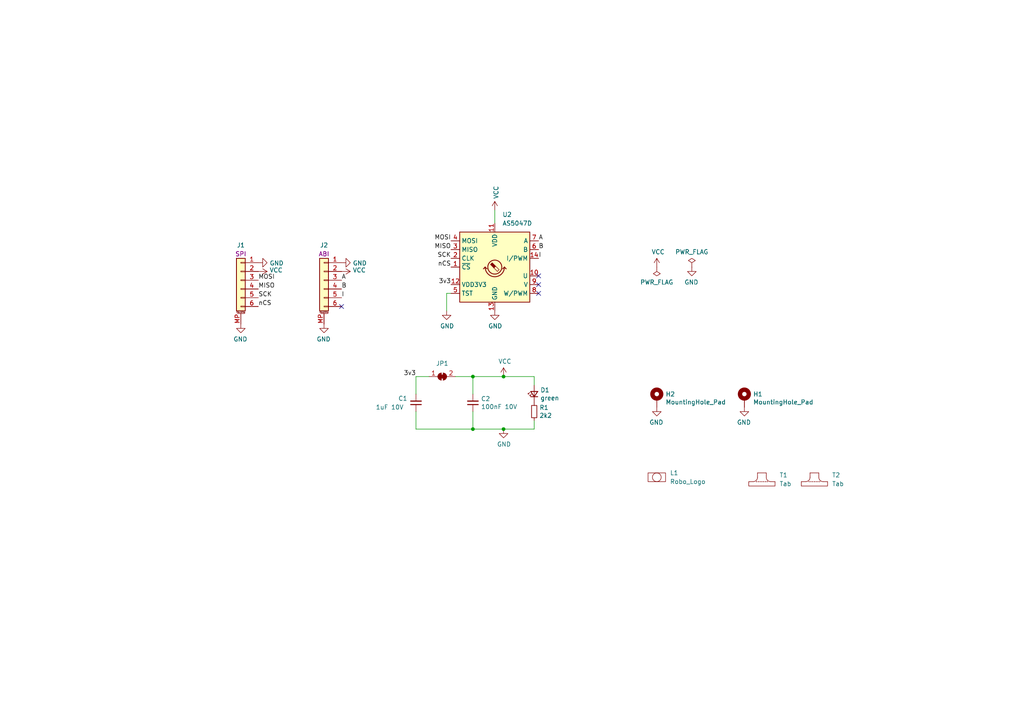
<source format=kicad_sch>
(kicad_sch (version 20230121) (generator eeschema)
  (paper "A4")
  (lib_symbols
    (symbol "Connector_Generic_MountingPin:Conn_01x06_MountingPin" (pin_names (offset 1.016) hide)
      (property "Reference" "J" (at 0 7.62 0))
      (property "Value" "Conn_01x06_MountingPin" (at 1.27 -10.16 0))
      (symbol "Conn_01x06_MountingPin_1_1"
        (rectangle (start -1.27 -7.493) (end 0 -7.747) (stroke (width 0.1524)))
        (rectangle (start -1.27 -4.953) (end 0 -5.207) (stroke (width 0.1524)))
        (rectangle (start -1.27 -2.413) (end 0 -2.667) (stroke (width 0.1524)))
        (rectangle (start -1.27 0.127) (end 0 -0.127) (stroke (width 0.1524)))
        (rectangle (start -1.27 2.667) (end 0 2.413) (stroke (width 0.1524)))
        (rectangle (start -1.27 5.207) (end 0 4.953) (stroke (width 0.1524)))
        (rectangle (start -1.27 6.35) (end 1.27 -8.89) (stroke (width 0.254)) (fill (type background)))
        (polyline (pts (xy -1.016 -9.652) (xy 1.016 -9.652)) (stroke (width 0.1524)))
        (text "Mounting" (at 0 -9.271 0) (effects (font (size 0.381 0.381))))
        (pin passive line (at -5.08 5.08 0) (length 3.81) (name "Pin_1") (number "1"))
        (pin passive line (at -5.08 2.54 0) (length 3.81) (name "Pin_2") (number "2"))
        (pin passive line (at -5.08 0 0) (length 3.81) (name "Pin_3") (number "3"))
        (pin passive line (at -5.08 -2.54 0) (length 3.81) (name "Pin_4") (number "4"))
        (pin passive line (at -5.08 -5.08 0) (length 3.81) (name "Pin_5") (number "5"))
        (pin passive line (at -5.08 -7.62 0) (length 3.81) (name "Pin_6") (number "6"))
        (pin passive line (at 0 -12.7 90) (length 3.048) (name "MountPin") (number "MP"))
      )
    )
    (symbol "Device:C_Small" (pin_numbers hide) (pin_names (offset 0.254) hide)
      (property "Reference" "C" (at 0.254 1.778 0))
      (property "Value" "C_Small" (at 0.254 -2.032 0))
      (symbol "C_Small_0_1"
        (polyline (pts (xy -1.524 -0.508) (xy 1.524 -0.508)) (stroke (width 0.3302)))
        (polyline (pts (xy -1.524 0.508) (xy 1.524 0.508)) (stroke (width 0.3048)))
      )
      (symbol "C_Small_1_1"
        (pin passive line (at 0 2.54 270) (length 2.032) (name "~") (number "1"))
        (pin passive line (at 0 -2.54 90) (length 2.032) (name "~") (number "2"))
      )
    )
    (symbol "Device:LED_Small" (pin_numbers hide) (pin_names (offset 0.254) hide)
      (property "Reference" "D" (at -1.27 3.175 0))
      (property "Value" "LED_Small" (at -4.445 -2.54 0))
      (symbol "LED_Small_0_1"
        (polyline (pts (xy -0.762 -1.016) (xy -0.762 1.016)) (stroke (width 0.254)))
        (polyline (pts (xy 1.016 0) (xy -0.762 0)))
        (polyline (pts (xy 0.762 -1.016) (xy -0.762 0) (xy 0.762 1.016) (xy 0.762 -1.016)) (stroke (width 0.254)))
        (polyline (pts (xy 0 0.762) (xy -0.508 1.27) (xy -0.254 1.27) (xy -0.508 1.27) (xy -0.508 1.016)))
        (polyline (pts (xy 0.508 1.27) (xy 0 1.778) (xy 0.254 1.778) (xy 0 1.778) (xy 0 1.524)))
      )
      (symbol "LED_Small_1_1"
        (pin passive line (at -2.54 0 0) (length 1.778) (name "K") (number "1"))
        (pin passive line (at 2.54 0 180) (length 1.778) (name "A") (number "2"))
      )
    )
    (symbol "Device:R_Small" (pin_numbers hide) (pin_names (offset 0.254) hide)
      (property "Reference" "R" (at 0.762 0.508 0))
      (property "Value" "R_Small" (at 0.762 -1.016 0))
      (symbol "R_Small_0_1"
        (rectangle (start -0.762 1.778) (end 0.762 -1.778) (stroke (width 0.2032)))
      )
      (symbol "R_Small_1_1"
        (pin passive line (at 0 2.54 270) (length 0.762) (name "~") (number "1"))
        (pin passive line (at 0 -2.54 90) (length 0.762) (name "~") (number "2"))
      )
    )
    (symbol "Jumper:SolderJumper_2_Bridged" (pin_names (offset 0) hide)
      (property "Reference" "JP" (at 0 2.032 0))
      (property "Value" "SolderJumper_2_Bridged" (at 0 -2.54 0))
      (symbol "SolderJumper_2_Bridged_0_1"
        (rectangle (start -0.508 0.508) (end 0.508 -0.508) (fill (type outline)))
        (arc (start -0.254 1.016) (mid -1.2656 0) (end -0.254 -1.016))
        (arc (start -0.254 1.016) (mid -1.2656 0) (end -0.254 -1.016) (fill (type outline)))
        (polyline (pts (xy -0.254 1.016) (xy -0.254 -1.016)))
        (polyline (pts (xy 0.254 1.016) (xy 0.254 -1.016)))
        (arc (start 0.254 -1.016) (mid 1.2656 0) (end 0.254 1.016))
        (arc (start 0.254 -1.016) (mid 1.2656 0) (end 0.254 1.016) (fill (type outline)))
      )
      (symbol "SolderJumper_2_Bridged_1_1"
        (pin passive line (at -3.81 0 0) (length 2.54) (name "A") (number "1"))
        (pin passive line (at 3.81 0 180) (length 2.54) (name "B") (number "2"))
      )
    )
    (symbol "Mechanical:MountingHole_Pad" (pin_numbers hide) (pin_names (offset 1.016) hide)
      (property "Reference" "H" (at 0 6.35 0))
      (property "Value" "MountingHole_Pad" (at 0 4.445 0))
      (symbol "MountingHole_Pad_0_1"
        (circle (center 0 1.27) (radius 1.27) (stroke (width 1.27)))
      )
      (symbol "MountingHole_Pad_1_1"
        (pin input line (at 0 -2.54 90) (length 2.54) (name "1") (number "1"))
      )
    )
    (symbol "PCM_kikit:Tab" (in_bom no)
      (property "Reference" "T" (at 0 3.81 0))
      (property "Value" "Tab" (at 0 -2.54 0))
      (symbol "Tab_0_1"
        (arc (start -2.54 0) (mid -1.642 0.372) (end -1.27 1.27) (stroke (width 0.1524)))
        (circle (center -1.524 0) (radius 0.0762) (stroke (width 0.1524)))
        (circle (center -1.016 0) (radius 0.0762) (stroke (width 0.1524)))
        (circle (center -0.508 0) (radius 0.0762) (stroke (width 0.1524)))
        (polyline (pts (xy -3.81 0) (xy -2.54 0)) (stroke (width 0.1524)))
        (polyline (pts (xy -1.27 1.27) (xy -1.27 2.54)) (stroke (width 0.1524)))
        (polyline (pts (xy 1.27 1.27) (xy 1.27 2.54)) (stroke (width 0.1524)))
        (polyline (pts (xy 1.27 2.54) (xy -1.27 2.54)) (stroke (width 0.1524)))
        (polyline (pts (xy 2.54 0) (xy 3.81 0)) (stroke (width 0.1524)))
        (polyline (pts (xy -3.81 0) (xy -3.81 -1.27) (xy 3.81 -1.27) (xy 3.81 0)) (stroke (width 0.1524)))
        (circle (center 0 0) (radius 0.0762) (stroke (width 0.1524)))
        (circle (center 0.508 0) (radius 0.0762) (stroke (width 0.1524)))
        (circle (center 1.016 0) (radius 0.0762) (stroke (width 0.1524)))
        (arc (start 1.27 1.27) (mid 1.642 0.372) (end 2.54 0) (stroke (width 0.1524)))
        (circle (center 1.524 0) (radius 0.0762) (stroke (width 0.1524)))
      )
    )
    (symbol "Sensor_Magnetic:AS5047D"
      (property "Reference" "U" (at -8.89 11.43 0))
      (property "Value" "AS5047D" (at 5.08 11.43 0))
      (symbol "AS5047D_1_1"
        (rectangle (start -10.16 10.16) (end 10.16 -10.16) (stroke (width 0.254)) (fill (type background)))
        (arc (start -2.794 0) (mid 0 -2.7819) (end 2.794 0) (stroke (width 0.254)))
        (polyline (pts (xy -2.794 0) (xy -3.302 -0.508)) (stroke (width 0.254)))
        (polyline (pts (xy -2.794 0) (xy -2.286 -0.508)) (stroke (width 0.254)))
        (polyline (pts (xy 2.794 0) (xy 2.286 -0.508)) (stroke (width 0.254)))
        (polyline (pts (xy 2.794 0) (xy 3.302 -0.508)) (stroke (width 0.254)))
        (polyline (pts (xy 0.254 0.254) (xy 1.27 -0.762) (xy 0.762 -1.27) (xy -0.254 -0.254)))
        (polyline (pts (xy -0.762 1.27) (xy 0.254 0.254) (xy -0.254 -0.254) (xy -1.27 0.762) (xy -1.016 1.016) (xy -0.762 1.27) (xy -0.635 1.143)) (fill (type outline)))
        (circle (center 0 0) (radius 2.032) (stroke (width 0.254)))
        (pin input line (at -12.7 0 0) (length 2.54) (name "~{CS}") (number "1"))
        (pin output line (at 12.7 -2.54 180) (length 2.54) (name "U") (number "10"))
        (pin power_in line (at 0 12.7 270) (length 2.54) (name "VDD") (number "11"))
        (pin power_out line (at -12.7 -5.08 0) (length 2.54) (name "VDD3V3") (number "12"))
        (pin power_in line (at 0 -12.7 90) (length 2.54) (name "GND") (number "13"))
        (pin output line (at 12.7 2.54 180) (length 2.54) (name "I/PWM") (number "14"))
        (pin input line (at -12.7 2.54 0) (length 2.54) (name "CLK") (number "2"))
        (pin output line (at -12.7 5.08 0) (length 2.54) (name "MISO") (number "3"))
        (pin input line (at -12.7 7.62 0) (length 2.54) (name "MOSI") (number "4"))
        (pin input line (at -12.7 -7.62 0) (length 2.54) (name "TST") (number "5"))
        (pin output line (at 12.7 5.08 180) (length 2.54) (name "B") (number "6"))
        (pin output line (at 12.7 7.62 180) (length 2.54) (name "A") (number "7"))
        (pin output line (at 12.7 -7.62 180) (length 2.54) (name "W/PWM") (number "8"))
        (pin output line (at 12.7 -5.08 180) (length 2.54) (name "V") (number "9"))
      )
    )
    (symbol "power:GND" (power) (pin_names (offset 0))
      (property "Value" "GND" (at 0 -3.81 0))
      (symbol "GND_0_1"
        (polyline (pts (xy 0 0) (xy 0 -1.27) (xy 1.27 -1.27) (xy 0 -2.54) (xy -1.27 -1.27) (xy 0 -1.27)))
      )
      (symbol "GND_1_1"
        (pin power_in line (at 0 0 270) (length 0) hide (name "GND") (number "1"))
      )
    )
    (symbol "power:PWR_FLAG" (power) (pin_numbers hide) (pin_names (offset 0) hide)
      (property "Value" "PWR_FLAG" (at 0 3.81 0))
      (symbol "PWR_FLAG_0_0"
        (pin power_out line (at 0 0 90) (length 0) (name "pwr") (number "1"))
      )
      (symbol "PWR_FLAG_0_1"
        (polyline (pts (xy 0 0) (xy 0 1.27) (xy -1.016 1.905) (xy 0 2.54) (xy 1.016 1.905) (xy 0 1.27)))
      )
    )
    (symbol "power:VCC" (power) (pin_names (offset 0))
      (property "Value" "VCC" (at 0 3.81 0))
      (symbol "VCC_0_1"
        (polyline (pts (xy -0.762 1.27) (xy 0 2.54)))
        (polyline (pts (xy 0 0) (xy 0 2.54)))
        (polyline (pts (xy 0 2.54) (xy 0.762 1.27)))
      )
      (symbol "VCC_1_1"
        (pin power_in line (at 0 0 90) (length 0) hide (name "VCC") (number "1"))
      )
    )
    (symbol "runger:Robo_Logo" (in_bom no)
      (property "Reference" "L" (at 0 3.81 0))
      (property "Value" "Robo_Logo" (at 0 -3.81 0))
      (symbol "Robo_Logo_0_1"
        (rectangle (start -2.54 1.27) (end 2.54 -1.27) (stroke (width 0.1524)))
        (circle (center 0 0) (radius 1.27) (stroke (width 0.1524)))
      )
    )
  )
  (junction (at 137.16 124.46))
  (junction (at 146.05 124.46))
  (junction (at 146.05 109.22))
  (junction (at 137.16 109.22))
  (no_connect (at 156.21 80.01))
  (no_connect (at 156.21 85.09))
  (no_connect (at 156.21 82.55))
  (no_connect (at 99.06 88.9))
  (wire (pts (xy 146.05 109.22) (xy 154.94 109.22)))
  (wire (pts (xy 154.94 109.22) (xy 154.94 111.76)))
  (wire (pts (xy 154.94 124.46) (xy 146.05 124.46)))
  (wire (pts (xy 143.51 60.96) (xy 143.51 64.77)))
  (wire (pts (xy 129.54 85.09) (xy 129.54 90.17)))
  (wire (pts (xy 137.16 124.46) (xy 137.16 119.38)))
  (wire (pts (xy 130.81 85.09) (xy 129.54 85.09)))
  (wire (pts (xy 120.65 119.38) (xy 120.65 124.46)))
  (wire (pts (xy 154.94 121.92) (xy 154.94 124.46)))
  (wire (pts (xy 137.16 109.22) (xy 146.05 109.22)))
  (wire (pts (xy 132.08 109.22) (xy 137.16 109.22)))
  (wire (pts (xy 137.16 109.22) (xy 137.16 114.3)))
  (wire (pts (xy 120.65 109.22) (xy 124.46 109.22)))
  (wire (pts (xy 146.05 124.46) (xy 137.16 124.46)))
  (wire (pts (xy 120.65 124.46) (xy 137.16 124.46)))
  (wire (pts (xy 120.65 114.3) (xy 120.65 109.22)))
  (label "SCK" (at 130.81 74.93 180))
  (label "SCK" (at 74.93 86.36 0))
  (label "MISO" (at 130.81 72.39 180))
  (label "3v3" (at 120.65 109.22 180))
  (label "B" (at 156.21 72.39 0))
  (label "MOSI" (at 74.93 81.28 0))
  (label "nCS" (at 130.81 77.47 180))
  (label "I" (at 156.21 74.93 0))
  (label "I" (at 99.06 86.36 0))
  (label "3v3" (at 130.81 82.55 180))
  (label "B" (at 99.06 83.82 0))
  (label "A" (at 99.06 81.28 0))
  (label "nCS" (at 74.93 88.9 0))
  (label "A" (at 156.21 69.85 0))
  (label "MISO" (at 74.93 83.82 0))
  (label "MOSI" (at 130.81 69.85 180))
  (symbol (lib_id "Device:C_Small") (at 120.65 116.84 180) (unit 1)
    (property "Reference" "C1" (at 116.84 115.57 0))
    (property "Value" "1uF 10V" (at 113.03 118.11 0))
    (property "Footprint" "Capacitor_SMD:C_0603_1608Metric" (effects hide))
  )
  (symbol (lib_id "power:VCC") (at 74.93 78.74 270) (mirror x) (unit 1)
    (property "Reference" "#PWR03" (effects hide))
    (property "Value" "VCC" (at 78.1558 78.359 90) (effects (justify left)))
  )
  (symbol (lib_id "power:VCC") (at 143.51 60.96 0) (unit 1)
    (property "Reference" "#PWR06" (effects hide))
    (property "Value" "VCC" (at 143.891 57.7342 90) (effects (justify left)))
  )
  (symbol (lib_id "power:GND") (at 143.51 90.17 0) (unit 1)
    (property "Reference" "#PWR04" (effects hide))
    (property "Value" "GND" (at 143.637 94.5642 0))
  )
  (symbol (lib_id "Connector_Generic_MountingPin:Conn_01x06_MountingPin") (at 69.85 81.28 0) (mirror y) (unit 1)
    (property "Reference" "J1" (at 69.85 71.12 0))
    (property "Value" "Conn_01x06_MountingPin" (effects hide))
    (property "Footprint" "Connector_JST:JST_SH_SM06B-SRSS-TB_1x06-1MP_P1.00mm_Horizontal" (effects hide))
    (property "Port" "SPI" (at 69.85 73.66 0))
    (property "Manu" "Scondar Electronic Limited" (effects hide))
    (property "Part" "SCT-WR-S-06P" (effects hide))
    (property "Notes" "JST SH_SM06B-SRSS-TB_1x06-1MP_P1.00mm_Horizontal or compatible" (effects hide))
  )
  (symbol (lib_id "power:GND") (at 69.85 93.98 0) (mirror y) (unit 1)
    (property "Reference" "#PWR01" (effects hide))
    (property "Value" "GND" (at 69.723 98.3742 0))
  )
  (symbol (lib_id "power:GND") (at 74.93 76.2 90) (mirror x) (unit 1)
    (property "Reference" "#PWR02" (effects hide))
    (property "Value" "GND" (at 78.1812 76.327 90) (effects (justify right)))
  )
  (symbol (lib_id "power:GND") (at 190.5 118.11 0) (mirror y) (unit 1)
    (property "Reference" "#PWR08" (effects hide))
    (property "Value" "GND" (at 190.373 122.5042 0))
  )
  (symbol (lib_id "Mechanical:MountingHole_Pad") (at 190.5 115.57 0) (unit 1)
    (property "Reference" "H2" (at 193.04 114.3254 0) (effects (justify left)))
    (property "Value" "MountingHole_Pad" (at 193.04 116.6368 0) (effects (justify left)))
    (property "Footprint" "MountingHole:MountingHole_2.2mm_M2_ISO7380_Pad" (effects hide))
  )
  (symbol (lib_id "Mechanical:MountingHole_Pad") (at 215.9 115.57 0) (unit 1)
    (property "Reference" "H1" (at 218.44 114.3254 0) (effects (justify left)))
    (property "Value" "MountingHole_Pad" (at 218.44 116.6368 0) (effects (justify left)))
    (property "Footprint" "MountingHole:MountingHole_2.2mm_M2_ISO7380_Pad" (effects hide))
  )
  (symbol (lib_id "power:VCC") (at 190.5 77.47 0) (unit 1)
    (property "Reference" "#PWR0101" (effects hide))
    (property "Value" "VCC" (at 190.881 73.0758 0))
  )
  (symbol (lib_id "power:PWR_FLAG") (at 190.5 77.47 180) (unit 1)
    (property "Reference" "#FLG0101" (effects hide))
    (property "Value" "PWR_FLAG" (at 190.5 81.8642 0))
  )
  (symbol (lib_id "Device:C_Small") (at 137.16 116.84 180) (unit 1)
    (property "Reference" "C2" (at 139.4968 115.6716 0) (effects (justify right)))
    (property "Value" "100nF 10V" (at 139.4968 117.983 0) (effects (justify right)))
    (property "Footprint" "Capacitor_SMD:C_0603_1608Metric" (effects hide))
  )
  (symbol (lib_id "power:VCC") (at 146.05 109.22 0) (unit 1)
    (property "Reference" "#PWR09" (effects hide))
    (property "Value" "VCC" (at 146.431 104.8258 0))
  )
  (symbol (lib_id "power:GND") (at 146.05 124.46 0) (unit 1)
    (property "Reference" "#PWR010" (effects hide))
    (property "Value" "GND" (at 146.177 128.8542 0))
  )
  (symbol (lib_id "Device:R_Small") (at 154.94 119.38 0) (unit 1)
    (property "Reference" "R1" (at 156.4386 118.2116 0) (effects (justify left)))
    (property "Value" "2k2" (at 156.4386 120.523 0) (effects (justify left)))
    (property "Footprint" "Resistor_SMD:R_0603_1608Metric" (effects hide))
    (property "Part" "Generic 2k2 Resistor" (effects hide))
    (property "Manu" "Generic" (effects hide))
  )
  (symbol (lib_id "Device:LED_Small") (at 154.94 114.3 90) (unit 1)
    (property "Reference" "D1" (at 156.718 113.1316 90) (effects (justify right)))
    (property "Value" "green" (at 156.718 115.443 90) (effects (justify right)))
    (property "Footprint" "LED_SMD:LED_0805_2012Metric" (effects hide))
    (property "Notes" "inexpensive green LED please" (effects hide))
  )
  (symbol (lib_id "runger:Robo_Logo") (at 190.5 138.43 0) (unit 1) (in_bom no)
    (property "Reference" "L1" (at 194.31 137.1599 0) (effects (justify left)))
    (property "Value" "Robo_Logo" (at 194.31 139.6999 0) (effects (justify left)))
    (property "Footprint" "runger:Robo_logo2" (effects hide))
  )
  (symbol (lib_id "Jumper:SolderJumper_2_Bridged") (at 128.27 109.22 0) (unit 1)
    (property "Reference" "JP1" (at 128.27 105.41 0))
    (property "Value" "SolderJumper_2_Bridged" (effects hide))
    (property "Footprint" "Jumper:SolderJumper-2_P1.3mm_Bridged_RoundedPad1.0x1.5mm" (effects hide))
  )
  (symbol (lib_id "power:GND") (at 129.54 90.17 0) (unit 1)
    (property "Reference" "#PWR013" (effects hide))
    (property "Value" "GND" (at 129.667 94.5642 0))
  )
  (symbol (lib_id "PCM_kikit:Tab") (at 236.22 139.7 0) (unit 1) (in_bom no)
    (property "Reference" "T2" (at 241.3 137.795 0) (effects (justify left)))
    (property "Value" "Tab" (at 241.3 140.335 0) (effects (justify left)))
    (property "Footprint" "PCM_kikit:Tab" (effects hide))
  )
  (symbol (lib_id "power:GND") (at 215.9 118.11 0) (mirror y) (unit 1)
    (property "Reference" "#PWR07" (effects hide))
    (property "Value" "GND" (at 215.773 122.5042 0))
  )
  (symbol (lib_id "Connector_Generic_MountingPin:Conn_01x06_MountingPin") (at 93.98 81.28 0) (mirror y) (unit 1)
    (property "Reference" "J2" (at 93.98 71.12 0))
    (property "Value" "Conn_01x06_MountingPin" (effects hide))
    (property "Footprint" "Connector_JST:JST_SH_SM06B-SRSS-TB_1x06-1MP_P1.00mm_Horizontal" (effects hide))
    (property "Port" "ABI" (at 93.98 73.66 0))
    (property "Manu" "Scondar Electronic Limited" (effects hide))
    (property "Part" "SCT-WR-S-06P" (effects hide))
    (property "Notes" "JST SH_SM06B-SRSS-TB_1x06-1MP_P1.00mm_Horizontal or compatible" (effects hide))
  )
  (symbol (lib_id "Sensor_Magnetic:AS5047D") (at 143.51 77.47 0) (unit 1)
    (property "Reference" "U2" (at 145.7041 62.23 0) (effects (justify left)))
    (property "Value" "AS5047D" (at 145.7041 64.77 0) (effects (justify left)))
    (property "Footprint" "Package_SO:TSSOP-14_4.4x5mm_P0.65mm" (effects hide))
    (property "Datasheet" "https://ams.com/documents/20143/36005/AS5047D_DS000394_2-00.pdf" (effects hide))
  )
  (symbol (lib_id "power:PWR_FLAG") (at 200.66 77.47 0) (unit 1)
    (property "Reference" "#FLG0102" (effects hide))
    (property "Value" "PWR_FLAG" (at 200.66 73.0758 0))
  )
  (symbol (lib_id "power:GND") (at 200.66 77.47 0) (mirror y) (unit 1)
    (property "Reference" "#PWR0102" (effects hide))
    (property "Value" "GND" (at 200.533 81.8642 0))
  )
  (symbol (lib_id "PCM_kikit:Tab") (at 220.98 139.7 0) (unit 1) (in_bom no)
    (property "Reference" "T1" (at 226.06 137.795 0) (effects (justify left)))
    (property "Value" "Tab" (at 226.06 140.335 0) (effects (justify left)))
    (property "Footprint" "PCM_kikit:Tab" (effects hide))
  )
  (symbol (lib_id "power:VCC") (at 99.06 78.74 270) (mirror x) (unit 1)
    (property "Reference" "#PWR011" (effects hide))
    (property "Value" "VCC" (at 102.2858 78.359 90) (effects (justify left)))
  )
  (symbol (lib_id "power:GND") (at 99.06 76.2 90) (mirror x) (unit 1)
    (property "Reference" "#PWR05" (effects hide))
    (property "Value" "GND" (at 102.3112 76.327 90) (effects (justify right)))
  )
  (symbol (lib_id "power:GND") (at 93.98 93.98 0) (mirror y) (unit 1)
    (property "Reference" "#PWR012" (effects hide))
    (property "Value" "GND" (at 93.853 98.3742 0))
  )
)
</source>
